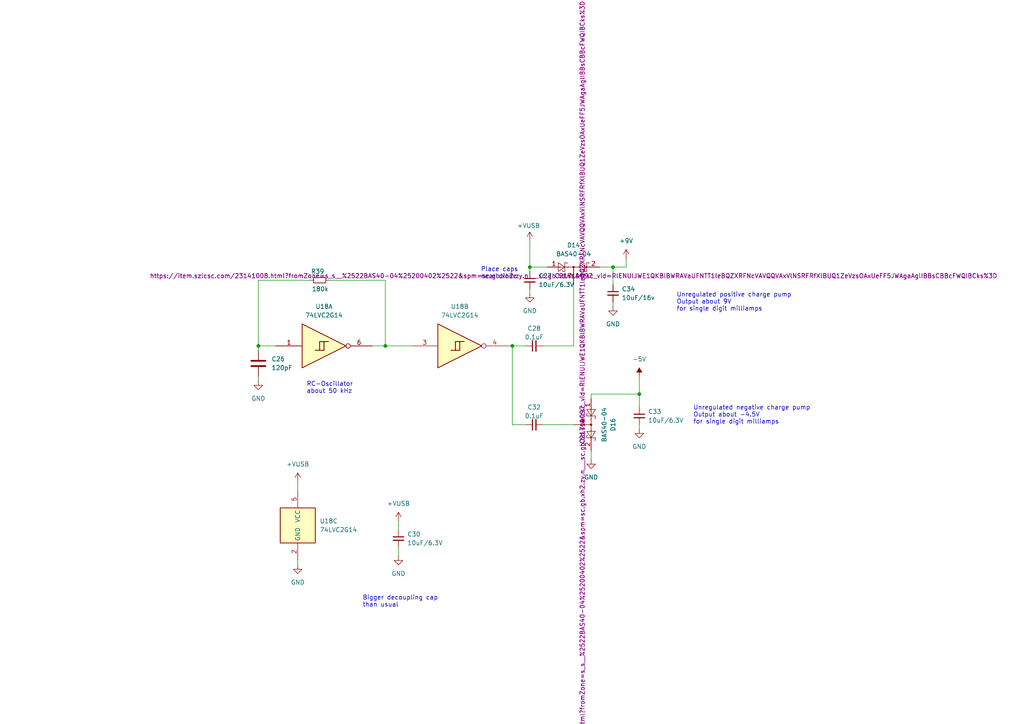
<source format=kicad_sch>
(kicad_sch (version 20250114) (generator "eeschema") (generator_version "9.0")
  (paper "A4")
  (lib_symbols
    (symbol "74xGxx:74LVC2G14"
      (property "Reference" "U" (at 0 7.62 0))
      (property "Value" "74LVC2G14" (at 2.54 -7.62 0))
      (symbol "74LVC2G14_1_1"
        (polyline (pts (xy -7.62 6.35) (xy -7.62 -6.35) (xy 5.08 0) (xy -7.62 6.35)) (stroke (width 0.254)) (fill (type background)))
        (polyline (pts (xy -3.81 -1.27) (xy -2.54 -1.27) (xy -2.54 1.27) (xy 0 1.27)) (stroke (width 0.254)) (fill (type background)))
        (polyline (pts (xy -2.54 -1.27) (xy -1.27 -1.27) (xy -1.27 1.27)) (stroke (width 0.254)) (fill (type background)))
        (pin input line (at -15.24 0 0) (length 7.62) (name "~") (number "1"))
        (pin output inverted (at 12.7 0 180) (length 7.62) (name "~") (number "6"))
      )
      (symbol "74LVC2G14_2_1"
        (polyline (pts (xy -7.62 6.35) (xy -7.62 -6.35) (xy 5.08 0) (xy -7.62 6.35)) (stroke (width 0.254)) (fill (type background)))
        (polyline (pts (xy -3.81 -1.27) (xy -2.54 -1.27) (xy -2.54 1.27) (xy 0 1.27)) (stroke (width 0.254)) (fill (type background)))
        (polyline (pts (xy -2.54 -1.27) (xy -1.27 -1.27) (xy -1.27 1.27)) (stroke (width 0.254)) (fill (type background)))
        (pin input line (at -15.24 0 0) (length 7.62) (name "~") (number "3"))
        (pin output inverted (at 12.7 0 180) (length 7.62) (name "~") (number "4"))
      )
      (symbol "74LVC2G14_3_0"
        (rectangle (start -5.08 -5.08) (end 5.08 5.08) (stroke (width 0.254)) (fill (type background)))
      )
      (symbol "74LVC2G14_3_1"
        (pin power_in line (at 0 10.16 270) (length 5.08) (name "VCC") (number "5"))
        (pin power_in line (at 0 -10.16 90) (length 5.08) (name "GND") (number "2"))
      )
    )
    (symbol "Device:C" (pin_numbers (hide yes)) (pin_names (offset 0.254))
      (property "Reference" "C" (at 0.635 2.54 0))
      (property "Value" "C" (at 0.635 -2.54 0))
      (symbol "C_0_1"
        (polyline (pts (xy -2.032 0.762) (xy 2.032 0.762)) (stroke (width 0.508)))
        (polyline (pts (xy -2.032 -0.762) (xy 2.032 -0.762)) (stroke (width 0.508)))
      )
      (symbol "C_1_1"
        (pin passive line (at 0 3.81 270) (length 2.794) (name "~") (number "1"))
        (pin passive line (at 0 -3.81 90) (length 2.794) (name "~") (number "2"))
      )
    )
    (symbol "Device:C_Small" (pin_numbers (hide yes)) (pin_names (offset 0.254) (hide yes))
      (property "Reference" "C" (at 0.254 1.778 0))
      (property "Value" "C_Small" (at 0.254 -2.032 0))
      (symbol "C_Small_0_1"
        (polyline (pts (xy -1.524 0.508) (xy 1.524 0.508)) (stroke (width 0.3048)))
        (polyline (pts (xy -1.524 -0.508) (xy 1.524 -0.508)) (stroke (width 0.3302)))
      )
      (symbol "C_Small_1_1"
        (pin passive line (at 0 2.54 270) (length 2.032) (name "~") (number "1"))
        (pin passive line (at 0 -2.54 90) (length 2.032) (name "~") (number "2"))
      )
    )
    (symbol "Device:R_Small" (pin_numbers (hide yes)) (pin_names (offset 0.254) (hide yes))
      (property "Reference" "R" (at 0.762 0.508 0))
      (property "Value" "R_Small" (at 0.762 -1.016 0))
      (symbol "R_Small_0_1"
        (rectangle (start -0.762 1.778) (end 0.762 -1.778) (stroke (width 0.2032)))
      )
      (symbol "R_Small_1_1"
        (pin passive line (at 0 2.54 270) (length 0.762) (name "~") (number "1"))
        (pin passive line (at 0 -2.54 90) (length 0.762) (name "~") (number "2"))
      )
    )
    (symbol "Diode:BAS40-04" (pin_names (offset 1.016))
      (property "Reference" "D" (at 0.635 -1.27 0))
      (property "Value" "BAS40-04" (at -6.35 5.715 0))
      (symbol "BAS40-04_0_1"
        (polyline (pts (xy -4.445 3.81) (xy -4.445 1.27) (xy -2.54 2.54) (xy -4.445 3.81)))
        (polyline (pts (xy -3.81 2.54) (xy -1.27 2.54)))
        (polyline (pts (xy -3.175 1.27) (xy -3.175 1.524)))
        (polyline (pts (xy -2.54 3.81) (xy -1.905 3.81)))
        (polyline (pts (xy -2.54 1.27) (xy -3.175 1.27)))
        (polyline (pts (xy -2.54 1.27) (xy -2.54 3.81)))
        (polyline (pts (xy -1.905 3.81) (xy -1.905 3.556)))
        (polyline (pts (xy -1.905 2.54) (xy 1.905 2.54)))
        (circle (center 0 2.54) (radius 0.254) (fill (type outline)))
        (polyline (pts (xy 1.27 2.54) (xy 3.81 2.54)))
        (polyline (pts (xy 1.905 3.81) (xy 1.905 1.27) (xy 3.81 2.54) (xy 1.905 3.81)))
        (polyline (pts (xy 3.175 1.27) (xy 3.175 1.524)))
        (polyline (pts (xy 3.81 3.81) (xy 4.445 3.81)))
        (polyline (pts (xy 3.81 1.27) (xy 3.175 1.27)))
        (polyline (pts (xy 3.81 1.27) (xy 3.81 3.81)))
        (polyline (pts (xy 4.445 3.81) (xy 4.445 3.556)))
      )
      (symbol "BAS40-04_1_1"
        (pin passive line (at -7.62 2.54 0) (length 3.81) (name "~") (number "1"))
        (pin passive line (at 0 -2.54 90) (length 5.08) (name "~") (number "3"))
        (pin passive line (at 7.62 2.54 180) (length 3.81) (name "~") (number "2"))
      )
    )
    (symbol "GND_10" (power) (pin_numbers (hide yes)) (pin_names (offset 0) (hide yes))
      (property "Value" "GND" (at 0 -3.81 0))
      (symbol "GND_10_0_1"
        (polyline (pts (xy 0 0) (xy 0 -1.27) (xy 1.27 -1.27) (xy 0 -2.54) (xy -1.27 -1.27) (xy 0 -1.27)))
      )
      (symbol "GND_10_1_1"
        (pin power_in line (at 0 0 270) (length 0) (name "~") (number "1"))
      )
    )
    (symbol "GND_8" (power) (pin_numbers (hide yes)) (pin_names (offset 0) (hide yes))
      (property "Value" "GND" (at 0 -3.81 0))
      (symbol "GND_8_0_1"
        (polyline (pts (xy 0 0) (xy 0 -1.27) (xy 1.27 -1.27) (xy 0 -2.54) (xy -1.27 -1.27) (xy 0 -1.27)))
      )
      (symbol "GND_8_1_1"
        (pin power_in line (at 0 0 270) (length 0) (name "~") (number "1"))
      )
    )
    (symbol "GND_9" (power) (pin_numbers (hide yes)) (pin_names (offset 0) (hide yes))
      (property "Value" "GND" (at 0 -3.81 0))
      (symbol "GND_9_0_1"
        (polyline (pts (xy 0 0) (xy 0 -1.27) (xy 1.27 -1.27) (xy 0 -2.54) (xy -1.27 -1.27) (xy 0 -1.27)))
      )
      (symbol "GND_9_1_1"
        (pin power_in line (at 0 0 270) (length 0) (name "~") (number "1"))
      )
    )
    (symbol "dp-power:+VUSB" (power) (pin_names (offset 1.016))
      (property "Value" "+VUSB" (at 0 5.08 0))
      (symbol "+VUSB_0_1"
        (polyline (pts (xy 0 2.54) (xy -0.762 1.27)))
        (polyline (pts (xy 0 2.54) (xy 0.762 1.27)))
        (polyline (pts (xy 0 0) (xy 0 2.54)))
      )
      (symbol "+VUSB_1_1"
        (pin power_in line (at 0 0 90) (length 0) (hide yes) (name "+VUSB") (number "1"))
      )
    )
    (symbol "power:+9V" (power) (pin_numbers (hide yes)) (pin_names (offset 0) (hide yes))
      (property "Value" "+9V" (at 0 3.556 0))
      (symbol "+9V_0_1"
        (polyline (pts (xy -0.762 1.27) (xy 0 2.54)))
        (polyline (pts (xy 0 2.54) (xy 0.762 1.27)))
        (polyline (pts (xy 0 0) (xy 0 2.54)))
      )
      (symbol "+9V_1_1"
        (pin power_in line (at 0 0 90) (length 0) (name "~") (number "1"))
      )
    )
    (symbol "power:-5V" (power) (pin_numbers (hide yes)) (pin_names (offset 0) (hide yes))
      (property "Value" "-5V" (at 0 3.556 0))
      (symbol "-5V_0_0"
        (pin power_in line (at 0 0 90) (length 0) (name "~") (number "1"))
      )
      (symbol "-5V_0_1"
        (polyline (pts (xy 0 0) (xy 0 1.27) (xy 0.762 1.27) (xy 0 2.54) (xy -0.762 1.27) (xy 0 1.27)) (fill (type outline)))
      )
    )
    (symbol "power:GND" (power) (pin_numbers (hide yes)) (pin_names (offset 0) (hide yes))
      (property "Value" "GND" (at 0 -3.81 0))
      (symbol "GND_0_1"
        (polyline (pts (xy 0 0) (xy 0 -1.27) (xy 1.27 -1.27) (xy 0 -2.54) (xy -1.27 -1.27) (xy 0 -1.27)))
      )
      (symbol "GND_1_1"
        (pin power_in line (at 0 0 270) (length 0) (name "~") (number "1"))
      )
    )
  )
  (text "Bigger decoupling cap\nthan usual" (at 105.156 174.498 0) (effects (font (size 1.27 1.27)) (justify left)))
  (text "Place caps\nnear diode" (at 139.446 79.248 0) (effects (font (size 1.27 1.27) (thickness 0.1588)) (justify left)))
  (text "Unregulated positive charge pump\nOutput about 9V\nfor single digit milliamps" (at 196.215 87.63 0) (effects (font (size 1.27 1.27)) (justify left)))
  (text "Unregulated negative charge pump\nOutput about -4.5V\nfor single digit milliamps" (at 201.041 120.396 0) (effects (font (size 1.27 1.27)) (justify left)))
  (text "RC-Oscillator\nabout 50 kHz" (at 88.9 112.522 0) (effects (font (size 1.27 1.27)) (justify left)))
  (junction (at 74.93 100.33))
  (junction (at 111.76 100.33))
  (junction (at 153.67 77.47))
  (junction (at 177.8 77.47))
  (junction (at 148.59 100.33))
  (junction (at 185.42 114.3))
  (wire (pts (xy 148.59 123.19) (xy 152.4 123.19)))
  (wire (pts (xy 177.8 77.47) (xy 173.99 77.47)))
  (wire (pts (xy 166.37 100.33) (xy 166.37 82.55)))
  (wire (pts (xy 95.25 81.28) (xy 111.76 81.28)))
  (wire (pts (xy 74.93 81.28) (xy 74.93 100.33)))
  (wire (pts (xy 177.8 82.55) (xy 177.8 77.47)))
  (wire (pts (xy 177.8 88.9) (xy 177.8 87.63)))
  (wire (pts (xy 185.42 114.3) (xy 185.42 118.11)))
  (wire (pts (xy 148.59 123.19) (xy 148.59 100.33)))
  (wire (pts (xy 153.67 69.85) (xy 153.67 77.47)))
  (wire (pts (xy 153.67 77.47) (xy 153.67 78.74)))
  (wire (pts (xy 86.36 162.56) (xy 86.36 163.83)))
  (wire (pts (xy 74.93 100.33) (xy 74.93 101.6)))
  (wire (pts (xy 111.76 81.28) (xy 111.76 100.33)))
  (wire (pts (xy 185.42 124.46) (xy 185.42 123.19)))
  (wire (pts (xy 147.32 100.33) (xy 148.59 100.33)))
  (wire (pts (xy 80.01 100.33) (xy 74.93 100.33)))
  (wire (pts (xy 74.93 81.28) (xy 90.17 81.28)))
  (wire (pts (xy 185.42 114.3) (xy 185.42 109.22)))
  (wire (pts (xy 153.67 83.82) (xy 153.67 85.09)))
  (wire (pts (xy 153.67 77.47) (xy 158.75 77.47)))
  (wire (pts (xy 157.48 123.19) (xy 166.37 123.19)))
  (wire (pts (xy 115.57 158.75) (xy 115.57 161.29)))
  (wire (pts (xy 86.36 139.7) (xy 86.36 142.24)))
  (wire (pts (xy 111.76 100.33) (xy 119.38 100.33)))
  (wire (pts (xy 157.48 100.33) (xy 166.37 100.33)))
  (wire (pts (xy 171.45 115.57) (xy 171.45 114.3)))
  (wire (pts (xy 148.59 100.33) (xy 152.4 100.33)))
  (wire (pts (xy 171.45 130.81) (xy 171.45 133.35)))
  (wire (pts (xy 74.93 109.22) (xy 74.93 110.49)))
  (wire (pts (xy 171.45 114.3) (xy 185.42 114.3)))
  (wire (pts (xy 115.57 151.13) (xy 115.57 153.67)))
  (wire (pts (xy 177.8 77.47) (xy 181.61 77.47)))
  (wire (pts (xy 111.76 100.33) (xy 107.95 100.33)))
  (wire (pts (xy 181.61 77.47) (xy 181.61 74.93)))
  (symbol (lib_id "Device:C_Small") (at 154.94 100.33 90) (unit 1)
    (property "Reference" "C28" (at 154.94 95.25 90))
    (property "Value" "0.1uF" (at 154.94 97.79 90))
    (property "Footprint" "Capacitor_SMD:C_0402_1005Metric" (effects (hide yes)))
    (property "RMB" "0.00628" (effects (hide yes)))
    (property "Supplier" "https://item.szlcsc.com/1877.html" (effects (hide yes)))
  )
  (symbol (lib_name "GND_9") (lib_id "power:GND") (at 74.93 110.49 0) (unit 1)
    (property "Reference" "#PWR0115" (effects (hide yes)))
    (property "Value" "GND" (at 74.93 115.57 0))
    (property "Description" "Power symbol creates a global label with name \"GND\" , ground" (effects (hide yes)))
  )
  (symbol (lib_id "Device:C_Small") (at 115.57 156.21 0) (unit 1)
    (property "Reference" "C30" (at 118.11 154.9462 0) (effects (justify left)))
    (property "Value" "10uF/6.3V" (at 118.11 157.4862 0) (effects (justify left)))
    (property "Footprint" "Capacitor_SMD:C_0402_1005Metric" (effects (hide yes)))
    (property "Description" "CL05A106MQ5NUN" (effects (hide yes)))
    (property "RMB" "0.037726" (effects (hide yes)))
    (property "Supplier" "https://item.szlcsc.com/1877.html" (effects (hide yes)))
    (property "MANUFACTURER" "Samsung" (effects (hide yes)))
  )
  (symbol (lib_id "Device:C_Small") (at 154.94 123.19 90) (unit 1)
    (property "Reference" "C32" (at 154.94 118.11 90))
    (property "Value" "0.1uF" (at 154.94 120.65 90))
    (property "Footprint" "Capacitor_SMD:C_0402_1005Metric" (effects (hide yes)))
    (property "RMB" "0.00628" (effects (hide yes)))
    (property "Supplier" "https://item.szlcsc.com/1877.html" (effects (hide yes)))
  )
  (symbol (lib_id "Device:C") (at 74.93 105.41 0) (unit 1)
    (property "Reference" "C26" (at 78.74 104.1399 0) (effects (justify left)))
    (property "Value" "120pF" (at 78.74 106.6799 0) (effects (justify left)))
    (property "Footprint" "Capacitor_SMD:C_0402_1005Metric" (effects (hide yes)))
    (property "Description" "Unpolarized capacitor" (effects (hide yes)))
  )
  (symbol (lib_id "74xGxx:74LVC2G14") (at 95.25 100.33 0) (unit 1)
    (property "Reference" "U18" (at 93.98 88.9 0))
    (property "Value" "74LVC2G14" (at 93.98 91.44 0))
    (property "Footprint" "Package_TO_SOT_SMD:SOT-363_SC-70-6" (effects (hide yes)))
    (property "Datasheet" "https://www.ti.com/lit/ds/symlink/sn74lvc2g14.pdf" (effects (hide yes)))
    (property "Description" "Dual NOT Gate, Schmitt Triggered, Low-Voltage CMOS" (effects (hide yes)))
  )
  (symbol (lib_id "dp-power:+VUSB") (at 115.57 151.13 0) (unit 1)
    (property "Reference" "#PWR0132" (effects (hide yes)))
    (property "Value" "+VUSB" (at 115.57 146.05 0))
  )
  (symbol (lib_id "dp-power:+VUSB") (at 153.67 69.85 0) (unit 1)
    (property "Reference" "#PWR0116" (effects (hide yes)))
    (property "Value" "+VUSB" (at 153.289 65.4558 0))
  )
  (symbol (lib_name "GND_8") (lib_id "power:GND") (at 153.67 85.09 0) (unit 1)
    (property "Reference" "#PWR0117" (effects (hide yes)))
    (property "Value" "GND" (at 153.67 90.17 0))
    (property "Description" "Power symbol creates a global label with name \"GND\" , ground" (effects (hide yes)))
  )
  (symbol (lib_id "Device:C_Small") (at 185.42 120.65 0) (unit 1)
    (property "Reference" "C33" (at 187.96 119.3862 0) (effects (justify left)))
    (property "Value" "10uF/6.3V" (at 187.96 121.9262 0) (effects (justify left)))
    (property "Footprint" "Capacitor_SMD:C_0402_1005Metric" (effects (hide yes)))
    (property "Description" "CL05A106MQ5NUN" (effects (hide yes)))
    (property "RMB" "0.037726" (effects (hide yes)))
    (property "Supplier" "https://item.szlcsc.com/1877.html" (effects (hide yes)))
    (property "MANUFACTURER" "Samsung" (effects (hide yes)))
  )
  (symbol (lib_id "74xGxx:74LVC2G14") (at 134.62 100.33 0) (unit 2)
    (property "Reference" "U18" (at 133.35 88.9 0))
    (property "Value" "74LVC2G14" (at 133.35 91.44 0))
    (property "Footprint" "Package_TO_SOT_SMD:SOT-363_SC-70-6" (effects (hide yes)))
    (property "Datasheet" "https://www.ti.com/lit/ds/symlink/sn74lvc2g14.pdf" (effects (hide yes)))
    (property "Description" "Dual NOT Gate, Schmitt Triggered, Low-Voltage CMOS" (effects (hide yes)))
  )
  (symbol (lib_id "Device:C_Small") (at 177.8 85.09 0) (unit 1)
    (property "Reference" "C34" (at 180.34 83.8262 0) (effects (justify left)))
    (property "Value" "10uF/16v" (at 180.34 86.3662 0) (effects (justify left)))
    (property "Footprint" "Capacitor_SMD:C_0805_2012Metric" (effects (hide yes)))
    (property "Description" "CL21B106KOQNNNE" (effects (hide yes)))
    (property "RMB" "0.037726" (effects (hide yes)))
    (property "Supplier" "https://item.szlcsc.com/1877.html" (effects (hide yes)))
    (property "MANUFACTURER" "Samsung" (effects (hide yes)))
  )
  (symbol (lib_name "GND_10") (lib_id "power:GND") (at 177.8 88.9 0) (unit 1)
    (property "Reference" "#PWR0119" (effects (hide yes)))
    (property "Value" "GND" (at 177.8 93.98 0))
    (property "Description" "Power symbol creates a global label with name \"GND\" , ground" (effects (hide yes)))
  )
  (symbol (lib_id "Diode:BAS40-04") (at 168.91 123.19 270) (unit 1)
    (property "Reference" "D16" (at 177.8 123.19 0))
    (property "Value" "BAS40-04" (at 175.26 123.19 0))
    (property "Footprint" "library:SOT-523" (effects (hide yes)))
    (property "Datasheet" "http://www.vishay.com/docs/85701/bas40v.pdf" (effects (hide yes)))
    (property "Description" "40V 0.2A Dual Small Signal Schottky Diodes" (effects (hide yes)))
    (property "szlcsc_partnumber" "C21714097" (at 168.91 123.19 0))
    (property "szlcsc_url" "https://item.szlcsc.com/23141008.html?fromZone=s_s__%2522BAS40-04%25200402%2522&spm=sc.gb.xh2.zy.n___sc.gb.hd.ss&lcsc_vid=RlENUlJWE1QKBlBWRAVaUFNTT1leBQZXRFNcVAVQQVAxVlNSRFRfXlBUQ1ZeVzsOAxUeFF5JWAgaAglIBBsCBBcFWQIBCks%3D" (at 168.91 123.19 0))
  )
  (symbol (lib_id "power:+9V") (at 181.61 74.93 0) (unit 1)
    (property "Reference" "#PWR0120" (effects (hide yes)))
    (property "Value" "+9V" (at 181.61 69.85 0))
    (property "Description" "Power symbol creates a global label with name \"+9V\"" (effects (hide yes)))
  )
  (symbol (lib_id "power:GND") (at 171.45 133.35 0) (unit 1)
    (property "Reference" "#PWR0139" (effects (hide yes)))
    (property "Value" "GND" (at 171.45 138.43 0))
    (property "Description" "Power symbol creates a global label with name \"GND\" , ground" (effects (hide yes)))
  )
  (symbol (lib_name "GND_8") (lib_id "power:GND") (at 115.57 161.29 0) (unit 1)
    (property "Reference" "#PWR0133" (effects (hide yes)))
    (property "Value" "GND" (at 115.57 166.37 0))
    (property "Description" "Power symbol creates a global label with name \"GND\" , ground" (effects (hide yes)))
  )
  (symbol (lib_name "GND_8") (lib_id "power:GND") (at 86.36 163.83 0) (unit 1)
    (property "Reference" "#PWR0128" (effects (hide yes)))
    (property "Value" "GND" (at 86.36 168.91 0))
    (property "Description" "Power symbol creates a global label with name \"GND\" , ground" (effects (hide yes)))
  )
  (symbol (lib_id "Device:C_Small") (at 153.67 81.28 0) (unit 1)
    (property "Reference" "C27" (at 156.21 80.0162 0) (effects (justify left)))
    (property "Value" "10uF/6.3V" (at 156.21 82.5562 0) (effects (justify left)))
    (property "Footprint" "Capacitor_SMD:C_0402_1005Metric" (effects (hide yes)))
    (property "Description" "CL05A106MQ5NUN" (effects (hide yes)))
    (property "RMB" "0.037726" (effects (hide yes)))
    (property "Supplier" "https://item.szlcsc.com/1877.html" (effects (hide yes)))
    (property "MANUFACTURER" "Samsung" (effects (hide yes)))
  )
  (symbol (lib_name "GND_10") (lib_id "power:GND") (at 185.42 124.46 0) (unit 1)
    (property "Reference" "#PWR0141" (effects (hide yes)))
    (property "Value" "GND" (at 185.42 129.54 0))
    (property "Description" "Power symbol creates a global label with name \"GND\" , ground" (effects (hide yes)))
  )
  (symbol (lib_id "dp-power:+VUSB") (at 86.36 139.7 0) (unit 1)
    (property "Reference" "#PWR0121" (effects (hide yes)))
    (property "Value" "+VUSB" (at 86.36 134.62 0))
  )
  (symbol (lib_id "power:-5V") (at 185.42 109.22 0) (unit 1)
    (property "Reference" "#PWR0140" (effects (hide yes)))
    (property "Value" "-5V" (at 185.42 104.14 0))
    (property "Description" "Power symbol creates a global label with name \"-5V\"" (effects (hide yes)))
  )
  (symbol (lib_id "74xGxx:74LVC2G14") (at 86.36 152.4 0) (unit 3)
    (property "Reference" "U18" (at 92.71 151.1299 0) (effects (justify left)))
    (property "Value" "74LVC2G14" (at 92.71 153.6699 0) (effects (justify left)))
    (property "Footprint" "Package_TO_SOT_SMD:SOT-363_SC-70-6" (effects (hide yes)))
    (property "Datasheet" "https://www.ti.com/lit/ds/symlink/sn74lvc2g14.pdf" (effects (hide yes)))
    (property "Description" "Dual NOT Gate, Schmitt Triggered, Low-Voltage CMOS" (effects (hide yes)))
  )
  (symbol (lib_id "Diode:BAS40-04") (at 166.37 80.01 0) (unit 1)
    (property "Reference" "D14" (at 166.37 71.12 0))
    (property "Value" "BAS40-04" (at 166.37 73.66 0))
    (property "Footprint" "library:SOT-523" (effects (hide yes)))
    (property "Datasheet" "http://www.vishay.com/docs/85701/bas40v.pdf" (effects (hide yes)))
    (property "Description" "40V 0.2A Dual Small Signal Schottky Diodes" (effects (hide yes)))
    (property "szlcsc_partnumber" "C21714097" (at 166.37 80.01 0))
    (property "szlcsc_url" "https://item.szlcsc.com/23141008.html?fromZone=s_s__%2522BAS40-04%25200402%2522&spm=sc.gb.xh2.zy.n___sc.gb.hd.ss&lcsc_vid=RlENUlJWE1QKBlBWRAVaUFNTT1leBQZXRFNcVAVQQVAxVlNSRFRfXlBUQ1ZeVzsOAxUeFF5JWAgaAglIBBsCBBcFWQIBCks%3D" (at 166.37 80.01 0))
  )
  (symbol (lib_id "Device:R_Small") (at 92.71 81.28 90) (unit 1)
    (property "Reference" "R39" (at 90.17 78.74 90) (effects (justify right)))
    (property "Value" "180k" (at 90.424 83.82 90) (effects (justify right)))
    (property "Footprint" "Resistor_SMD:R_0402_1005Metric" (effects (hide yes)))
    (property "RMB" "0.005622" (effects (hide yes)))
    (property "Supplier" "https://item.szlcsc.com/107450.html" (effects (hide yes)))
  )
)
</source>
